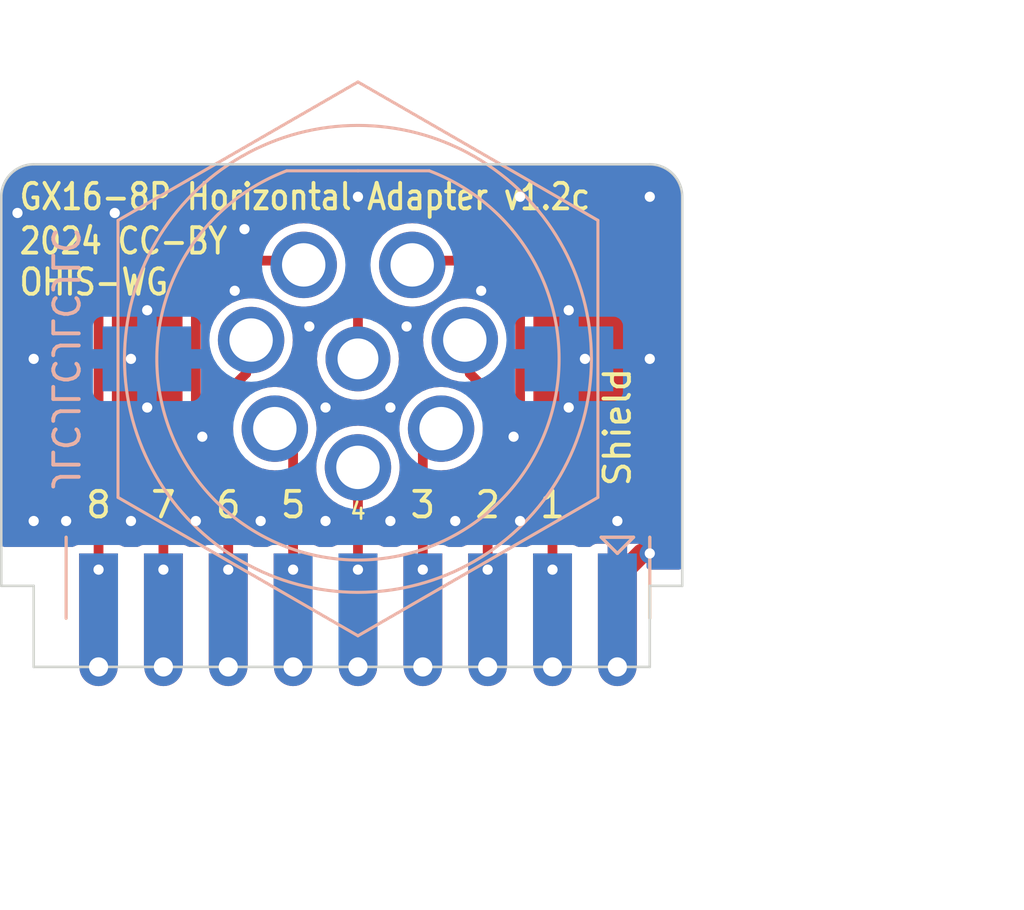
<source format=kicad_pcb>
(kicad_pcb (version 20240108) (generator "pcbnew") (generator_version "8.0")
  (layers (0 "F.Cu" signal) (31 "B.Cu" signal) (34 "B.Paste" user) (35 "F.Paste" user) (36 "B.SilkS" user "B.Silkscreen") (37 "F.SilkS" user "F.Silkscreen") (38 "B.Mask" user) (39 "F.Mask" user) (44 "Edge.Cuts" user))
  (net 0 "")
  (net 1 "GND")
  (net 2 "Net-(J1-Pin_1)")
  (net 3 "Net-(J1-Pin_2)")
  (net 4 "Net-(J1-Pin_3)")
  (net 5 "Net-(J1-Pin_4)")
  (net 6 "Net-(J1-Pin_5)")
  (net 7 "Net-(J1-Pin_6)")
  (net 8 "Net-(J1-Pin_7)")
  (net 9 "Net-(J1-Pin_8)")
  (footprint "Libraries:Conn_B2B-RA_2.54mm_ThroughPads_9pin_RtoL" (layer "F.Cu") (at 127 73.66)
    (property "Reference" "J3" (hide yes))
    (property "Value" "Board Header RtoL")
    (fp_line (start -11.43 0) (end -11.43 -3.175) (stroke (width 0.12)) (layer "F.SilkS"))
    (fp_line (start 9.525 -3.175) (end 10.16 -2.54) (stroke (width 0.12)) (layer "F.SilkS"))
    (fp_line (start 10.16 -2.54) (end 10.795 -3.175) (stroke (width 0.12)) (layer "F.SilkS"))
    (fp_line (start 10.795 -3.175) (end 9.525 -3.175) (stroke (width 0.12)) (layer "F.SilkS"))
    (fp_line (start 11.43 0) (end 11.43 -3.175) (stroke (width 0.12)) (layer "F.SilkS"))
    (pad "1" smd rect (at 10.16 -0.3175) (size 1.524 4.445) (layers "F.Cu" "F.Paste" "F.Mask") (net 1 "GND"))
    (pad "2" smd rect (at 7.62 -0.3175) (size 1.524 4.445) (layers "F.Cu" "F.Paste" "F.Mask") (net 2 "Net-(J1-Pin_1)"))
    (pad "3" smd rect (at 5.08 -0.3175) (size 1.524 4.445) (layers "F.Cu" "F.Paste" "F.Mask") (net 3 "Net-(J1-Pin_2)"))
    (pad "4" smd rect (at 2.54 -0.3175) (size 1.524 4.445) (layers "F.Cu" "F.Paste" "F.Mask") (net 4 "Net-(J1-Pin_3)"))
    (pad "5" smd rect (at 0 -0.3175) (size 1.524 4.445) (layers "F.Cu" "F.Paste" "F.Mask") (net 5 "Net-(J1-Pin_4)"))
    (pad "6" smd rect (at -2.54 -0.3175) (size 1.524 4.445) (layers "F.Cu" "F.Paste" "F.Mask") (net 6 "Net-(J1-Pin_5)"))
    (pad "7" smd rect (at -5.08 -0.3175) (size 1.524 4.445) (layers "F.Cu" "F.Paste" "F.Mask") (net 7 "Net-(J1-Pin_6)"))
    (pad "8" smd rect (at -7.62 -0.3175) (size 1.524 4.445) (layers "F.Cu" "F.Paste" "F.Mask") (net 8 "Net-(J1-Pin_7)"))
    (pad "9" smd rect (at -10.16 -0.3175) (size 1.524 4.445) (layers "F.Cu" "F.Paste" "F.Mask") (net 9 "Net-(J1-Pin_8)"))
  )
  (footprint "Libraries:Conn_GX16-8_8pin_Aviation" (layer "B.Cu") (at 127 63.5 180)
    (property "Reference" "J1" (hide yes))
    (property "Value" "GX16")
    (fp_line (start 9.398 -5.42544) (end 9.398 5.42544) (stroke (width 0.12)) (layer "B.SilkS"))
    (fp_line (start 0 10.8458) (end 9.398 5.42544) (stroke (width 0.12)) (layer "B.SilkS"))
    (fp_line (start 0 10.8458) (end -9.398 5.42544) (stroke (width 0.12)) (layer "B.SilkS"))
    (fp_line (start 0 7.366) (end 2.794 7.366) (stroke (width 0.12)) (layer "B.SilkS"))
    (fp_line (start 0 7.366) (end -2.794 7.366) (stroke (width 0.12)) (layer "B.SilkS"))
    (fp_line (start 0 -10.8458) (end 9.398 -5.42544) (stroke (width 0.12)) (layer "B.SilkS"))
    (fp_line (start -9.398 -5.42544) (end 0 -10.8458) (stroke (width 0.12)) (layer "B.SilkS"))
    (fp_line (start -9.398 -5.42544) (end -9.398 5.42544) (stroke (width 0.12)) (layer "B.SilkS"))
    (fp_arc (start 2.794 -7.365999) (mid 7.878095 0) (end 2.794 7.365999) (stroke (width 0.12)) (layer "B.SilkS"))
    (fp_arc (start -2.794 7.365999) (mid -7.878095 0) (end -2.794 -7.365999) (stroke (width 0.12)) (layer "B.SilkS"))
    (fp_arc (start -2.794 -7.365998) (mid 0 -7.878094) (end 2.794 -7.365998) (stroke (width 0.12)) (layer "B.SilkS"))
    (fp_circle (center 0 0) (end 9.144 0) (stroke (width 0.12)) (fill none) (layer "B.SilkS"))
    (pad "1" thru_hole circle (at -2.125 3.681 180) (size 2.6 2.6) (drill 1.7) (layers "*.Cu" "*.Mask") (net 2 "Net-(J1-Pin_1)"))
    (pad "2" thru_hole circle (at -4.185 0.738 180) (size 2.6 2.6) (drill 1.7) (layers "*.Cu" "*.Mask") (net 3 "Net-(J1-Pin_2)"))
    (pad "3" thru_hole circle (at -3.256 -2.732 180) (size 2.6 2.6) (drill 1.7) (layers "*.Cu" "*.Mask") (net 4 "Net-(J1-Pin_3)"))
    (pad "4" thru_hole circle (at 0 -4.25 180) (size 2.6 2.6) (drill 1.7) (layers "*.Cu" "*.Mask") (net 5 "Net-(J1-Pin_4)"))
    (pad "5" thru_hole circle (at 3.256 -2.732 180) (size 2.6 2.6) (drill 1.7) (layers "*.Cu" "*.Mask") (net 6 "Net-(J1-Pin_5)"))
    (pad "6" thru_hole circle (at 4.185 0.738 180) (size 2.6 2.6) (drill 1.7) (layers "*.Cu" "*.Mask") (net 7 "Net-(J1-Pin_6)"))
    (pad "7" thru_hole circle (at 2.125 3.681 180) (size 2.6 2.6) (drill 1.7) (layers "*.Cu" "*.Mask") (net 8 "Net-(J1-Pin_7)"))
    (pad "8" thru_hole circle (at 0 0 180) (size 2.54 2.54) (drill 1.6) (layers "*.Cu" "*.Mask") (net 9 "Net-(J1-Pin_8)"))
    (pad "MP" smd rect (at -8.265 0 180) (size 3.47 2.54) (layers "B.Cu" "B.Paste" "B.Mask") (net 1 "GND"))
    (pad "MP" smd rect (at 8.265 0 180) (size 3.47 2.54) (layers "B.Cu" "B.Paste" "B.Mask") (net 1 "GND"))
  )
  (footprint "Libraries:Conn_B2B-RA_2.54mm_ThroughPads_9pin_LtoR" (layer "B.Cu") (at 127 73.66 180)
    (property "Reference" "J2" (hide yes))
    (property "Value" "Board Header LtoR")
    (fp_line (start 11.43 0) (end 11.43 3.175) (stroke (width 0.12)) (layer "B.SilkS"))
    (fp_line (start -9.525 3.175) (end -10.795 3.175) (stroke (width 0.12)) (layer "B.SilkS"))
    (fp_line (start -10.16 2.54) (end -9.525 3.175) (stroke (width 0.12)) (layer "B.SilkS"))
    (fp_line (start -10.795 3.175) (end -10.16 2.54) (stroke (width 0.12)) (layer "B.SilkS"))
    (fp_line (start -11.43 0) (end -11.43 3.175) (stroke (width 0.12)) (layer "B.SilkS"))
    (pad "1" smd rect (at -10.16 0.3175 180) (size 1.524 4.445) (layers "B.Cu" "B.Paste" "B.Mask") (net 1 "GND"))
    (pad "2" smd rect (at -7.62 0.3175 180) (size 1.524 4.445) (layers "B.Cu" "B.Paste" "B.Mask") (net 2 "Net-(J1-Pin_1)"))
    (pad "3" smd rect (at -5.08 0.3175 180) (size 1.524 4.445) (layers "B.Cu" "B.Paste" "B.Mask") (net 3 "Net-(J1-Pin_2)"))
    (pad "4" smd rect (at -2.54 0.3175 180) (size 1.524 4.445) (layers "B.Cu" "B.Paste" "B.Mask") (net 4 "Net-(J1-Pin_3)"))
    (pad "5" smd rect (at 0 0.3175 180) (size 1.524 4.445) (layers "B.Cu" "B.Paste" "B.Mask") (net 5 "Net-(J1-Pin_4)"))
    (pad "6" smd rect (at 2.54 0.3175 180) (size 1.524 4.445) (layers "B.Cu" "B.Paste" "B.Mask") (net 6 "Net-(J1-Pin_5)"))
    (pad "7" smd rect (at 5.08 0.3175 180) (size 1.524 4.445) (layers "B.Cu" "B.Paste" "B.Mask") (net 7 "Net-(J1-Pin_6)"))
    (pad "8" smd rect (at 7.62 0.3175 180) (size 1.524 4.445) (layers "B.Cu" "B.Paste" "B.Mask") (net 8 "Net-(J1-Pin_7)"))
    (pad "9" smd rect (at 10.16 0.3175 180) (size 1.524 4.445) (layers "B.Cu" "B.Paste" "B.Mask") (net 9 "Net-(J1-Pin_8)"))
  )
  (gr_line (start 114.3 75.565) (end 114.3 72.39) (stroke (width 0.1)) (layer "Edge.Cuts"))
  (gr_line (start 113.03 72.39) (end 113.03 57.15) (stroke (width 0.1)) (layer "Edge.Cuts"))
  (gr_line (start 114.3 72.39) (end 113.03 72.39) (stroke (width 0.1)) (layer "Edge.Cuts"))
  (gr_line (start 139.7 57.15) (end 139.7 72.39) (stroke (width 0.1)) (layer "Edge.Cuts"))
  (gr_arc (start 138.43 55.88) (mid 139.328026 56.251974) (end 139.7 57.15) (stroke (width 0.1)) (layer "Edge.Cuts"))
  (gr_line (start 138.43 72.39) (end 138.43 75.565) (stroke (width 0.1)) (layer "Edge.Cuts"))
  (gr_arc (start 113.03 57.15) (mid 113.401974 56.251974) (end 114.3 55.88) (stroke (width 0.1)) (layer "Edge.Cuts"))
  (gr_line (start 138.43 75.565) (end 114.3 75.565) (stroke (width 0.1)) (layer "Edge.Cuts"))
  (gr_line (start 139.7 72.39) (end 138.43 72.39) (stroke (width 0.1)) (layer "Edge.Cuts"))
  (gr_line (start 114.3 55.88) (end 138.43 55.88) (stroke (width 0.1)) (layer "Edge.Cuts"))
  (gr_text "JLCJLCJLCJLC" (at 114.935 63.5 -90) (layer "B.SilkS") (effects (font (size 1 1)) (justify bottom mirror)))
  (gr_text "Shield" (at 137.16 68.58 90) (layer "F.SilkS") (effects (font (size 1 1)) (justify left)))
  (gr_text "7" (at 119.38 69.215 0) (layer "F.SilkS") (effects (font (size 1 1))))
  (gr_text "1" (at 134.62 69.215 0) (layer "F.SilkS") (effects (font (size 1 1))))
  (gr_text "GX16-8P Horizontal Adapter v1.2c\n" (at 113.665 57.15 0) (layer "F.SilkS") (effects (font (size 1 0.8382)) (justify left)))
  (gr_text "2024 CC-BY\nOHIS-WG" (at 113.665 59.69 0) (layer "F.SilkS") (effects (font (size 1 0.8382)) (justify left)))
  (gr_text "4" (at 127 69.469 0) (layer "F.SilkS") (effects (font (size 0.635 0.635) (thickness 0.1016))))
  (gr_text "5" (at 124.46 69.215 0) (layer "F.SilkS") (effects (font (size 1 1))))
  (gr_text "8" (at 116.84 69.215 0) (layer "F.SilkS") (effects (font (size 1 1))))
  (gr_text "6" (at 121.92 69.215 0) (layer "F.SilkS") (effects (font (size 1 1))))
  (gr_text "3" (at 129.54 69.215 0) (layer "F.SilkS") (effects (font (size 1 1))))
  (gr_text "2" (at 132.08 69.215 0) (layer "F.SilkS") (effects (font (size 1 1))))
  (segment (start 138.1125 71.12) (end 137.16 72.0725) (width 0.762) (layer "F.Cu") (net 1))
  (segment (start 138.43 71.12) (end 138.1125 71.12) (width 0.381) (layer "F.Cu") (net 1))
  (via (at 113.665 57.785) (size 0.8) (drill 0.4) (layers "F.Cu" "B.Cu") (net 1))
  (via (at 128.27 65.405) (size 0.8) (drill 0.4) (layers "F.Cu" "B.Cu") (net 1))
  (via (at 118.11 69.85) (size 0.8) (drill 0.4) (layers "F.Cu" "B.Cu") (net 1))
  (via (at 127 57.15) (size 0.8) (drill 0.4) (layers "F.Cu" "B.Cu") (net 1))
  (via (at 123.19 69.85) (size 0.8) (drill 0.4) (layers "F.Cu" "B.Cu") (net 1))
  (via (at 137.16 69.85) (size 0.8) (drill 0.4) (layers "F.Cu" "B.Cu") (net 1))
  (via (at 135.89 63.5) (size 0.8) (drill 0.4) (layers "F.Cu" "B.Cu") (net 1))
  (via (at 114.3 69.85) (size 0.8) (drill 0.4) (layers "F.Cu" "B.Cu") (net 1))
  (via (at 138.43 63.5) (size 0.8) (drill 0.4) (layers "F.Cu" "B.Cu") (net 1))
  (via (at 120.65 69.85) (size 0.8) (drill 0.4) (layers "F.Cu" "B.Cu") (net 1))
  (via (at 118.745 65.405) (size 0.8) (drill 0.4) (layers "F.Cu" "B.Cu") (net 1))
  (via (at 133.35 69.85) (size 0.8) (drill 0.4) (layers "F.Cu" "B.Cu") (net 1))
  (via (at 138.43 57.15) (size 0.8) (drill 0.4) (layers "F.Cu" "B.Cu") (net 1))
  (via (at 135.255 65.405) (size 0.8) (drill 0.4) (layers "F.Cu" "B.Cu") (net 1))
  (via (at 118.745 61.595) (size 0.8) (drill 0.4) (layers "F.Cu" "B.Cu") (net 1))
  (via (at 128.27 69.85) (size 0.8) (drill 0.4) (layers "F.Cu" "B.Cu") (net 1))
  (via (at 133.35 57.15) (size 0.8) (drill 0.4) (layers "F.Cu" "B.Cu") (net 1))
  (via (at 118.11 63.5) (size 0.8) (drill 0.4) (layers "F.Cu" "B.Cu") (net 1))
  (via (at 130.81 69.85) (size 0.8) (drill 0.4) (layers "F.Cu" "B.Cu") (net 1))
  (via (at 122.555 58.42) (size 0.8) (drill 0.4) (layers "F.Cu" "B.Cu") (net 1))
  (via (at 135.255 61.595) (size 0.8) (drill 0.4) (layers "F.Cu" "B.Cu") (net 1))
  (via (at 125.095 62.23) (size 0.8) (drill 0.4) (layers "F.Cu" "B.Cu") (net 1))
  (via (at 125.73 69.85) (size 0.8) (drill 0.4) (layers "F.Cu" "B.Cu") (net 1))
  (via (at 117.475 57.785) (size 0.8) (drill 0.4) (layers "F.Cu" "B.Cu") (net 1))
  (via (at 128.905 62.23) (size 0.8) (drill 0.4) (layers "F.Cu" "B.Cu") (net 1))
  (via (at 131.826 60.833) (size 0.8) (drill 0.4) (layers "F.Cu" "B.Cu") (net 1))
  (via (at 137.16 75.565) (size 1.5) (drill 0.75) (layers "F.Cu" "B.Cu") (net 1))
  (via (at 138.43 71.12) (size 0.8) (drill 0.4) (layers "F.Cu" "B.Cu") (net 1))
  (via (at 125.73 65.405) (size 0.8) (drill 0.4) (layers "F.Cu" "B.Cu") (net 1))
  (via (at 133.096 66.548) (size 0.8) (drill 0.4) (layers "F.Cu" "B.Cu") (net 1))
  (via (at 122.174 60.833) (size 0.8) (drill 0.4) (layers "F.Cu" "B.Cu") (net 1))
  (via (at 114.3 63.5) (size 0.8) (drill 0.4) (layers "F.Cu" "B.Cu") (net 1))
  (via (at 115.57 69.85) (size 0.8) (drill 0.4) (layers "F.Cu" "B.Cu") (net 1))
  (via (at 120.904 66.548) (size 0.8) (drill 0.4) (layers "F.Cu" "B.Cu") (net 1))
  (segment (start 133.35 60.96) (end 133.35 65.405) (width 0.381) (layer "F.Cu") (net 2))
  (segment (start 134.62 69.85) (end 134.62 71.755) (width 0.381) (layer "F.Cu") (net 2))
  (segment (start 132.0419 59.6519) (end 133.35 60.96) (width 0.381) (layer "F.Cu") (net 2))
  (segment (start 134.62 66.675) (end 134.62 69.85) (width 0.381) (layer "F.Cu") (net 2))
  (segment (start 133.35 65.405) (end 134.62 66.675) (width 0.381) (layer "F.Cu") (net 2))
  (segment (start 129.2225 59.6519) (end 132.0419 59.6519) (width 0.381) (layer "F.Cu") (net 2))
  (via (at 134.62 75.565) (size 1.5) (drill 0.75) (layers "F.Cu" "B.Cu") (net 2))
  (via (at 134.62 71.755) (size 0.8) (drill 0.4) (layers "F.Cu" "B.Cu") (net 2))
  (segment (start 131.37642 64.06642) (end 132.08 64.77) (width 0.381) (layer "F.Cu") (net 3))
  (segment (start 132.08 64.77) (end 132.08 69.85) (width 0.381) (layer "F.Cu") (net 3))
  (segment (start 132.08 69.85) (end 132.08 71.755) (width 0.381) (layer "F.Cu") (net 3))
  (segment (start 131.37642 62.72784) (end 131.37642 64.06642) (width 0.381) (layer "F.Cu") (net 3))
  (via (at 132.08 75.565) (size 1.5) (drill 0.75) (layers "F.Cu" "B.Cu") (net 3))
  (via (at 132.08 71.755) (size 0.8) (drill 0.4) (layers "F.Cu" "B.Cu") (net 3))
  (segment (start 129.54 69.85) (end 129.54 67.2211) (width 0.381) (layer "F.Cu") (net 4))
  (segment (start 129.54 71.755) (end 129.54 69.85) (width 0.381) (layer "F.Cu") (net 4))
  (segment (start 129.54 67.2211) (end 130.4036 66.3575) (width 0.381) (layer "F.Cu") (net 4))
  (via (at 129.54 71.755) (size 0.8) (drill 0.4) (layers "F.Cu" "B.Cu") (net 4))
  (via (at 129.54 75.565) (size 1.5) (drill 0.75) (layers "F.Cu" "B.Cu") (net 4))
  (segment (start 127 67.945) (end 127 69.85) (width 0.381) (layer "F.Cu") (net 5))
  (segment (start 127 69.85) (end 127 71.755) (width 0.381) (layer "F.Cu") (net 5))
  (via (at 127 75.565) (size 1.5) (drill 0.75) (layers "F.Cu" "B.Cu") (net 5))
  (via (at 127 71.755) (size 0.8) (drill 0.4) (layers "F.Cu" "B.Cu") (net 5))
  (segment (start 124.46 69.85) (end 124.46 67.2211) (width 0.381) (layer "F.Cu") (net 6))
  (segment (start 124.46 67.2211) (end 123.5964 66.3575) (width 0.381) (layer "F.Cu") (net 6))
  (segment (start 124.46 71.755) (end 124.46 69.85) (width 0.381) (layer "F.Cu") (net 6))
  (via (at 124.46 71.755) (size 0.8) (drill 0.4) (layers "F.Cu" "B.Cu") (net 6))
  (via (at 124.46 75.565) (size 1.5) (drill 0.75) (layers "F.Cu" "B.Cu") (net 6))
  (segment (start 121.92 64.77) (end 121.92 69.85) (width 0.381) (layer "F.Cu") (net 7))
  (segment (start 122.62358 62.72784) (end 122.62358 64.06642) (width 0.381) (layer "F.Cu") (net 7))
  (segment (start 121.92 69.85) (end 121.92 71.755) (width 0.381) (layer "F.Cu") (net 7))
  (segment (start 122.62358 64.06642) (end 121.92 64.77) (width 0.381) (layer "F.Cu") (net 7))
  (via (at 121.92 71.755) (size 0.8) (drill 0.4) (layers "F.Cu" "B.Cu") (net 7))
  (via (at 121.92 75.565) (size 1.5) (drill 0.75) (layers "F.Cu" "B.Cu") (net 7))
  (segment (start 124.7775 59.6519) (end 121.9581 59.6519) (width 0.381) (layer "F.Cu") (net 8))
  (segment (start 120.65 60.96) (end 120.65 65.405) (width 0.381) (layer "F.Cu") (net 8))
  (segment (start 119.38 66.675) (end 119.38 69.85) (width 0.381) (layer "F.Cu") (net 8))
  (segment (start 119.38 69.85) (end 119.38 71.755) (width 0.381) (layer "F.Cu") (net 8))
  (segment (start 120.65 65.405) (end 119.38 66.675) (width 0.381) (layer "F.Cu") (net 8))
  (segment (start 121.9581 59.6519) (end 120.65 60.96) (width 0.381) (layer "F.Cu") (net 8))
  (via (at 119.38 71.755) (size 0.8) (drill 0.4) (layers "F.Cu" "B.Cu") (net 8))
  (via (at 119.38 75.565) (size 1.5) (drill 0.75) (layers "F.Cu" "B.Cu") (net 8))
  (segment (start 116.84 60.325) (end 116.84 69.85) (width 0.381) (layer "F.Cu") (net 9))
  (segment (start 120.015 57.15) (end 116.84 60.325) (width 0.381) (layer "F.Cu") (net 9))
  (segment (start 127 63.5) (end 127 58.42) (width 0.381) (layer "F.Cu") (net 9))
  (segment (start 125.73 57.15) (end 120.015 57.15) (width 0.381) (layer "F.Cu") (net 9))
  (segment (start 116.84 69.85) (end 116.84 71.755) (width 0.381) (layer "F.Cu") (net 9))
  (segment (start 127 58.42) (end 125.73 57.15) (width 0.381) (layer "F.Cu") (net 9))
  (via (at 116.84 75.565) (size 1.5) (drill 0.75) (layers "F.Cu" "B.Cu") (net 9))
  (via (at 116.84 71.755) (size 0.8) (drill 0.4) (layers "F.Cu" "B.Cu") (net 9))
  (zone (net 1) (net_name "GND") (layers "F&B.Cu") (connect_pads (clearance 0.3302)) (min_thickness 0.254) (fill yes (thermal_gap 0.381) (thermal_bridge_width 0.762))
    (polygon (pts (xy 139.7 71.755) (xy 136.525 71.755) (xy 136.525 70.866) (xy 113.03 70.866) (xy 113.03 53.34) (xy 139.7 53.34)))
  )
)
</source>
